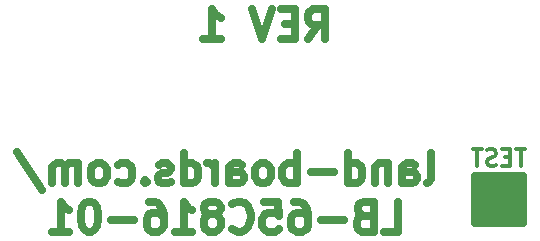
<source format=gbo>
G04 #@! TF.GenerationSoftware,KiCad,Pcbnew,(6.0.1)*
G04 #@! TF.CreationDate,2022-09-09T17:08:23-04:00*
G04 #@! TF.ProjectId,LB-65C816-01,4c422d36-3543-4383-9136-2d30312e6b69,1*
G04 #@! TF.SameCoordinates,Original*
G04 #@! TF.FileFunction,Legend,Bot*
G04 #@! TF.FilePolarity,Positive*
%FSLAX46Y46*%
G04 Gerber Fmt 4.6, Leading zero omitted, Abs format (unit mm)*
G04 Created by KiCad (PCBNEW (6.0.1)) date 2022-09-09 17:08:23*
%MOMM*%
%LPD*%
G01*
G04 APERTURE LIST*
%ADD10C,0.635000*%
%ADD11C,0.349250*%
%ADD12C,0.650000*%
G04 APERTURE END LIST*
D10*
X171425809Y-141344347D02*
X171667714Y-141223395D01*
X171788666Y-140981490D01*
X171788666Y-138804347D01*
X169369619Y-141344347D02*
X169369619Y-140013871D01*
X169490571Y-139771966D01*
X169732476Y-139651014D01*
X170216285Y-139651014D01*
X170458190Y-139771966D01*
X169369619Y-141223395D02*
X169611523Y-141344347D01*
X170216285Y-141344347D01*
X170458190Y-141223395D01*
X170579142Y-140981490D01*
X170579142Y-140739585D01*
X170458190Y-140497680D01*
X170216285Y-140376728D01*
X169611523Y-140376728D01*
X169369619Y-140255776D01*
X168160095Y-139651014D02*
X168160095Y-141344347D01*
X168160095Y-139892919D02*
X168039142Y-139771966D01*
X167797238Y-139651014D01*
X167434380Y-139651014D01*
X167192476Y-139771966D01*
X167071523Y-140013871D01*
X167071523Y-141344347D01*
X164773428Y-141344347D02*
X164773428Y-138804347D01*
X164773428Y-141223395D02*
X165015333Y-141344347D01*
X165499142Y-141344347D01*
X165741047Y-141223395D01*
X165862000Y-141102442D01*
X165982952Y-140860538D01*
X165982952Y-140134823D01*
X165862000Y-139892919D01*
X165741047Y-139771966D01*
X165499142Y-139651014D01*
X165015333Y-139651014D01*
X164773428Y-139771966D01*
X163563904Y-140376728D02*
X161628666Y-140376728D01*
X160419142Y-141344347D02*
X160419142Y-138804347D01*
X160419142Y-139771966D02*
X160177238Y-139651014D01*
X159693428Y-139651014D01*
X159451523Y-139771966D01*
X159330571Y-139892919D01*
X159209619Y-140134823D01*
X159209619Y-140860538D01*
X159330571Y-141102442D01*
X159451523Y-141223395D01*
X159693428Y-141344347D01*
X160177238Y-141344347D01*
X160419142Y-141223395D01*
X157758190Y-141344347D02*
X158000095Y-141223395D01*
X158121047Y-141102442D01*
X158242000Y-140860538D01*
X158242000Y-140134823D01*
X158121047Y-139892919D01*
X158000095Y-139771966D01*
X157758190Y-139651014D01*
X157395333Y-139651014D01*
X157153428Y-139771966D01*
X157032476Y-139892919D01*
X156911523Y-140134823D01*
X156911523Y-140860538D01*
X157032476Y-141102442D01*
X157153428Y-141223395D01*
X157395333Y-141344347D01*
X157758190Y-141344347D01*
X154734380Y-141344347D02*
X154734380Y-140013871D01*
X154855333Y-139771966D01*
X155097238Y-139651014D01*
X155581047Y-139651014D01*
X155822952Y-139771966D01*
X154734380Y-141223395D02*
X154976285Y-141344347D01*
X155581047Y-141344347D01*
X155822952Y-141223395D01*
X155943904Y-140981490D01*
X155943904Y-140739585D01*
X155822952Y-140497680D01*
X155581047Y-140376728D01*
X154976285Y-140376728D01*
X154734380Y-140255776D01*
X153524857Y-141344347D02*
X153524857Y-139651014D01*
X153524857Y-140134823D02*
X153403904Y-139892919D01*
X153282952Y-139771966D01*
X153041047Y-139651014D01*
X152799142Y-139651014D01*
X150863904Y-141344347D02*
X150863904Y-138804347D01*
X150863904Y-141223395D02*
X151105809Y-141344347D01*
X151589619Y-141344347D01*
X151831523Y-141223395D01*
X151952476Y-141102442D01*
X152073428Y-140860538D01*
X152073428Y-140134823D01*
X151952476Y-139892919D01*
X151831523Y-139771966D01*
X151589619Y-139651014D01*
X151105809Y-139651014D01*
X150863904Y-139771966D01*
X149775333Y-141223395D02*
X149533428Y-141344347D01*
X149049619Y-141344347D01*
X148807714Y-141223395D01*
X148686761Y-140981490D01*
X148686761Y-140860538D01*
X148807714Y-140618633D01*
X149049619Y-140497680D01*
X149412476Y-140497680D01*
X149654380Y-140376728D01*
X149775333Y-140134823D01*
X149775333Y-140013871D01*
X149654380Y-139771966D01*
X149412476Y-139651014D01*
X149049619Y-139651014D01*
X148807714Y-139771966D01*
X147598190Y-141102442D02*
X147477238Y-141223395D01*
X147598190Y-141344347D01*
X147719142Y-141223395D01*
X147598190Y-141102442D01*
X147598190Y-141344347D01*
X145300095Y-141223395D02*
X145542000Y-141344347D01*
X146025809Y-141344347D01*
X146267714Y-141223395D01*
X146388666Y-141102442D01*
X146509619Y-140860538D01*
X146509619Y-140134823D01*
X146388666Y-139892919D01*
X146267714Y-139771966D01*
X146025809Y-139651014D01*
X145542000Y-139651014D01*
X145300095Y-139771966D01*
X143848666Y-141344347D02*
X144090571Y-141223395D01*
X144211523Y-141102442D01*
X144332476Y-140860538D01*
X144332476Y-140134823D01*
X144211523Y-139892919D01*
X144090571Y-139771966D01*
X143848666Y-139651014D01*
X143485809Y-139651014D01*
X143243904Y-139771966D01*
X143122952Y-139892919D01*
X143002000Y-140134823D01*
X143002000Y-140860538D01*
X143122952Y-141102442D01*
X143243904Y-141223395D01*
X143485809Y-141344347D01*
X143848666Y-141344347D01*
X141913428Y-141344347D02*
X141913428Y-139651014D01*
X141913428Y-139892919D02*
X141792476Y-139771966D01*
X141550571Y-139651014D01*
X141187714Y-139651014D01*
X140945809Y-139771966D01*
X140824857Y-140013871D01*
X140824857Y-141344347D01*
X140824857Y-140013871D02*
X140703904Y-139771966D01*
X140462000Y-139651014D01*
X140099142Y-139651014D01*
X139857238Y-139771966D01*
X139736285Y-140013871D01*
X139736285Y-141344347D01*
X136712476Y-138683395D02*
X138889619Y-141949109D01*
X167797238Y-145433747D02*
X169006761Y-145433747D01*
X169006761Y-142893747D01*
X166103904Y-144103271D02*
X165741047Y-144224223D01*
X165620095Y-144345176D01*
X165499142Y-144587080D01*
X165499142Y-144949938D01*
X165620095Y-145191842D01*
X165741047Y-145312795D01*
X165982952Y-145433747D01*
X166950571Y-145433747D01*
X166950571Y-142893747D01*
X166103904Y-142893747D01*
X165862000Y-143014700D01*
X165741047Y-143135652D01*
X165620095Y-143377557D01*
X165620095Y-143619461D01*
X165741047Y-143861366D01*
X165862000Y-143982319D01*
X166103904Y-144103271D01*
X166950571Y-144103271D01*
X164410571Y-144466128D02*
X162475333Y-144466128D01*
X160177238Y-142893747D02*
X160661047Y-142893747D01*
X160902952Y-143014700D01*
X161023904Y-143135652D01*
X161265809Y-143498509D01*
X161386761Y-143982319D01*
X161386761Y-144949938D01*
X161265809Y-145191842D01*
X161144857Y-145312795D01*
X160902952Y-145433747D01*
X160419142Y-145433747D01*
X160177238Y-145312795D01*
X160056285Y-145191842D01*
X159935333Y-144949938D01*
X159935333Y-144345176D01*
X160056285Y-144103271D01*
X160177238Y-143982319D01*
X160419142Y-143861366D01*
X160902952Y-143861366D01*
X161144857Y-143982319D01*
X161265809Y-144103271D01*
X161386761Y-144345176D01*
X157637238Y-142893747D02*
X158846761Y-142893747D01*
X158967714Y-144103271D01*
X158846761Y-143982319D01*
X158604857Y-143861366D01*
X158000095Y-143861366D01*
X157758190Y-143982319D01*
X157637238Y-144103271D01*
X157516285Y-144345176D01*
X157516285Y-144949938D01*
X157637238Y-145191842D01*
X157758190Y-145312795D01*
X158000095Y-145433747D01*
X158604857Y-145433747D01*
X158846761Y-145312795D01*
X158967714Y-145191842D01*
X154976285Y-145191842D02*
X155097238Y-145312795D01*
X155460095Y-145433747D01*
X155702000Y-145433747D01*
X156064857Y-145312795D01*
X156306761Y-145070890D01*
X156427714Y-144828985D01*
X156548666Y-144345176D01*
X156548666Y-143982319D01*
X156427714Y-143498509D01*
X156306761Y-143256604D01*
X156064857Y-143014700D01*
X155702000Y-142893747D01*
X155460095Y-142893747D01*
X155097238Y-143014700D01*
X154976285Y-143135652D01*
X153524857Y-143982319D02*
X153766761Y-143861366D01*
X153887714Y-143740414D01*
X154008666Y-143498509D01*
X154008666Y-143377557D01*
X153887714Y-143135652D01*
X153766761Y-143014700D01*
X153524857Y-142893747D01*
X153041047Y-142893747D01*
X152799142Y-143014700D01*
X152678190Y-143135652D01*
X152557238Y-143377557D01*
X152557238Y-143498509D01*
X152678190Y-143740414D01*
X152799142Y-143861366D01*
X153041047Y-143982319D01*
X153524857Y-143982319D01*
X153766761Y-144103271D01*
X153887714Y-144224223D01*
X154008666Y-144466128D01*
X154008666Y-144949938D01*
X153887714Y-145191842D01*
X153766761Y-145312795D01*
X153524857Y-145433747D01*
X153041047Y-145433747D01*
X152799142Y-145312795D01*
X152678190Y-145191842D01*
X152557238Y-144949938D01*
X152557238Y-144466128D01*
X152678190Y-144224223D01*
X152799142Y-144103271D01*
X153041047Y-143982319D01*
X150138190Y-145433747D02*
X151589619Y-145433747D01*
X150863904Y-145433747D02*
X150863904Y-142893747D01*
X151105809Y-143256604D01*
X151347714Y-143498509D01*
X151589619Y-143619461D01*
X147961047Y-142893747D02*
X148444857Y-142893747D01*
X148686761Y-143014700D01*
X148807714Y-143135652D01*
X149049619Y-143498509D01*
X149170571Y-143982319D01*
X149170571Y-144949938D01*
X149049619Y-145191842D01*
X148928666Y-145312795D01*
X148686761Y-145433747D01*
X148202952Y-145433747D01*
X147961047Y-145312795D01*
X147840095Y-145191842D01*
X147719142Y-144949938D01*
X147719142Y-144345176D01*
X147840095Y-144103271D01*
X147961047Y-143982319D01*
X148202952Y-143861366D01*
X148686761Y-143861366D01*
X148928666Y-143982319D01*
X149049619Y-144103271D01*
X149170571Y-144345176D01*
X146630571Y-144466128D02*
X144695333Y-144466128D01*
X143002000Y-142893747D02*
X142760095Y-142893747D01*
X142518190Y-143014700D01*
X142397238Y-143135652D01*
X142276285Y-143377557D01*
X142155333Y-143861366D01*
X142155333Y-144466128D01*
X142276285Y-144949938D01*
X142397238Y-145191842D01*
X142518190Y-145312795D01*
X142760095Y-145433747D01*
X143002000Y-145433747D01*
X143243904Y-145312795D01*
X143364857Y-145191842D01*
X143485809Y-144949938D01*
X143606761Y-144466128D01*
X143606761Y-143861366D01*
X143485809Y-143377557D01*
X143364857Y-143135652D01*
X143243904Y-143014700D01*
X143002000Y-142893747D01*
X139736285Y-145433747D02*
X141187714Y-145433747D01*
X140462000Y-145433747D02*
X140462000Y-142893747D01*
X140703904Y-143256604D01*
X140945809Y-143498509D01*
X141187714Y-143619461D01*
X161362571Y-129165047D02*
X162209238Y-127955523D01*
X162814000Y-129165047D02*
X162814000Y-126625047D01*
X161846380Y-126625047D01*
X161604476Y-126746000D01*
X161483523Y-126866952D01*
X161362571Y-127108857D01*
X161362571Y-127471714D01*
X161483523Y-127713619D01*
X161604476Y-127834571D01*
X161846380Y-127955523D01*
X162814000Y-127955523D01*
X160274000Y-127834571D02*
X159427333Y-127834571D01*
X159064476Y-129165047D02*
X160274000Y-129165047D01*
X160274000Y-126625047D01*
X159064476Y-126625047D01*
X158338761Y-126625047D02*
X157492095Y-129165047D01*
X156645428Y-126625047D01*
X152533047Y-129165047D02*
X153984476Y-129165047D01*
X153258761Y-129165047D02*
X153258761Y-126625047D01*
X153500666Y-126987904D01*
X153742571Y-127229809D01*
X153984476Y-127350761D01*
D11*
X179774547Y-138482976D02*
X178976261Y-138482976D01*
X179375404Y-139879976D02*
X179375404Y-138482976D01*
X178510595Y-139148214D02*
X178044928Y-139148214D01*
X177845357Y-139879976D02*
X178510595Y-139879976D01*
X178510595Y-138482976D01*
X177845357Y-138482976D01*
X177313166Y-139813452D02*
X177113595Y-139879976D01*
X176780976Y-139879976D01*
X176647928Y-139813452D01*
X176581404Y-139746928D01*
X176514880Y-139613880D01*
X176514880Y-139480833D01*
X176581404Y-139347785D01*
X176647928Y-139281261D01*
X176780976Y-139214738D01*
X177047071Y-139148214D01*
X177180119Y-139081690D01*
X177246642Y-139015166D01*
X177313166Y-138882119D01*
X177313166Y-138749071D01*
X177246642Y-138616023D01*
X177180119Y-138549500D01*
X177047071Y-138482976D01*
X176714452Y-138482976D01*
X176514880Y-138549500D01*
X176115738Y-138482976D02*
X175317452Y-138482976D01*
X175716595Y-139879976D02*
X175716595Y-138482976D01*
D12*
X175546000Y-140748000D02*
X179546000Y-140748000D01*
X179546000Y-140748000D02*
X179546000Y-144748000D01*
X179546000Y-144748000D02*
X175546000Y-144748000D01*
X175546000Y-144748000D02*
X175546000Y-140748000D01*
X175546000Y-140748000D02*
X175546000Y-141248000D01*
X175546000Y-141248000D02*
X179546000Y-141248000D01*
X179546000Y-141248000D02*
X179546000Y-141748000D01*
X179546000Y-141748000D02*
X175546000Y-141748000D01*
X175546000Y-141748000D02*
X175546000Y-142248000D01*
X175546000Y-142248000D02*
X179546000Y-142248000D01*
X179546000Y-142248000D02*
X179546000Y-142748000D01*
X179546000Y-142748000D02*
X175546000Y-142748000D01*
X175546000Y-142748000D02*
X175546000Y-143248000D01*
X175546000Y-143248000D02*
X179046000Y-143248000D01*
X179046000Y-143248000D02*
X179546000Y-143248000D01*
X179546000Y-143248000D02*
X179546000Y-143748000D01*
X179546000Y-143748000D02*
X175546000Y-143748000D01*
X175546000Y-143748000D02*
X175546000Y-144248000D01*
X175546000Y-144248000D02*
X179546000Y-144248000D01*
M02*

</source>
